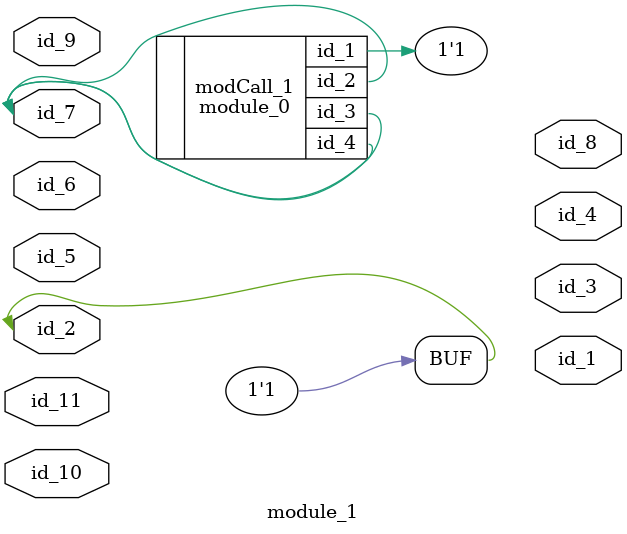
<source format=v>
module module_0 (
    id_1,
    id_2,
    id_3,
    id_4
);
  output wire id_4;
  assign module_1.id_2 = 0;
  inout wire id_3;
  inout wire id_2;
  inout wire id_1;
  wire id_5;
endmodule
module module_1 (
    id_1,
    id_2,
    id_3,
    id_4,
    id_5,
    id_6,
    id_7,
    id_8,
    id_9,
    id_10,
    id_11
);
  inout wire id_11;
  input wire id_10;
  input wire id_9;
  output wire id_8;
  inout wire id_7;
  inout wire id_6;
  inout wire id_5;
  output wire id_4;
  output wire id_3;
  inout wire id_2;
  module_0 modCall_1 (
      id_2,
      id_7,
      id_7,
      id_7
  );
  output wire id_1;
  assign id_2 = 1;
endmodule

</source>
